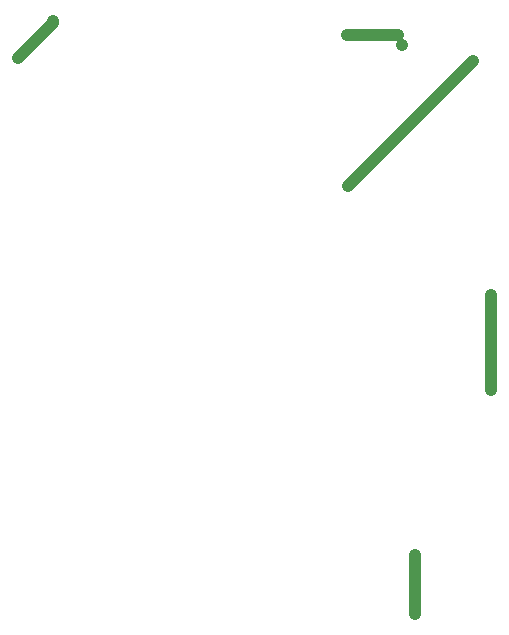
<source format=gbr>
G04 #@! TF.FileFunction,Copper,L1,Top,Signal*
%FSLAX46Y46*%
G04 Gerber Fmt 4.6, Leading zero omitted, Abs format (unit mm)*
G04 Created by KiCad (PCBNEW 4.0.7-e2-6376~58~ubuntu14.04.1) date Wed Mar  7 22:38:55 2018*
%MOMM*%
%LPD*%
G01*
G04 APERTURE LIST*
%ADD10C,0.100000*%
%ADD11C,1.000000*%
%ADD12C,1.000000*%
G04 APERTURE END LIST*
D10*
D11*
X5550000Y100750000D03*
X2611418Y97607883D03*
X42650000Y69450000D03*
X42625000Y77475000D03*
X36211417Y55507882D03*
X36211417Y50507881D03*
X30525000Y86725000D03*
X41150000Y97325000D03*
X34691420Y99500000D03*
X30500000Y99500000D03*
D12*
X35100000Y98650000D02*
X35125000Y98675000D01*
X2611418Y97607883D02*
X5550000Y100546465D01*
X5550000Y100546465D02*
X5550000Y100750000D01*
X42650000Y69450000D02*
X42650000Y77450000D01*
X42650000Y77450000D02*
X42625000Y77475000D01*
X36211417Y50507881D02*
X36211417Y55507882D01*
X30550000Y86725000D02*
X30525000Y86725000D01*
X41150000Y97325000D02*
X30550000Y86725000D01*
X30500000Y99500000D02*
X34691420Y99500000D01*
X34691420Y99500000D02*
X34750000Y99500000D01*
M02*

</source>
